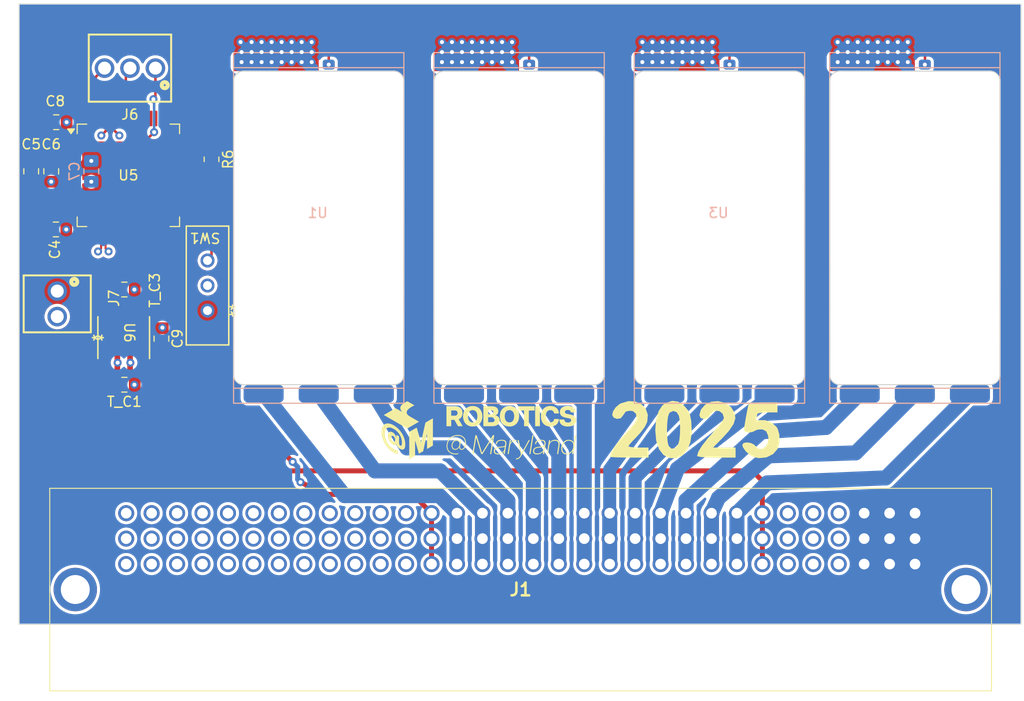
<source format=kicad_pcb>
(kicad_pcb (version 20241229) (generator "pcbnew") (generator_version "9.0")
  (layers (0 "F.Cu" signal) (4 "In1.Cu" signal) (6 "In2.Cu" signal) (2 "B.Cu" signal) (13 "F.Paste" user) (15 "B.Paste" user) (5 "F.SilkS" user "F.Silkscreen") (7 "B.SilkS" user "B.Silkscreen") (1 "F.Mask" user) (3 "B.Mask" user) (25 "Edge.Cuts" user))
  (net 0 "")
  (net 1 "GND")
  (net 2 "+12V")
  (net 3 "/A1")
  (net 4 "/B1")
  (net 5 "/C1")
  (net 6 "/A2")
  (net 7 "/B2")
  (net 8 "/C2")
  (net 9 "/A3")
  (net 10 "/B3")
  (net 11 "/C3")
  (net 12 "/A4")
  (net 13 "/B4")
  (net 14 "/C4")
  (net 15 "CAN+")
  (net 16 "3.3v")
  (net 21 "CAN-")
  (net 22 "Net-(U5-PA14)")
  (net 35 "5V")
  (net 36 "/SWCLK")
  (net 37 "/NRST")
  (net 38 "/SWDIO")
  (net 39 "Net-(R6-Pad2)")
  (net 40 "TIM1 CH (PWM)")
  (net 41 "TIM1 CH2 (PWM)")
  (net 42 "TIM1 CH3 (PWM)")
  (net 43 "TIM1 CH4 (PWM)")
  (net 48 "USART2+")
  (net 54 "/SDA_IN")
  (net 55 "/SCL_IN")
  (net 59 "USART2-")
  (net 83 "FDCAN_TX")
  (net 89 "FDCAN_RX")
  (footprint "custom_components:screw_junc_254_2by1" (layer "F.Cu") (at 153.9 78.93 -90)
    (property "Reference" "J7")
    (property "Value" "Screw_Terminal_01x02")
  )
  (footprint "custom_components:SOIC8_4P9X3P9MC_MCH" (layer "F.Cu") (at 160.535 82.3 -90)
    (property "Reference" "U6")
    (property "Value" "ATA6561-GAQW-N")
  )
  (footprint "Capacitor_SMD:C_0805_2012Metric_Pad1.18x1.45mm_HandSolder" (layer "F.Cu") (at 164.3 82.4 90)
    (property "Reference" "C9")
    (property "Value" "22uF")
  )
  (footprint "custom_components:slide_switch_EGER1218_Thruster" (layer "F.Cu") (at 168.9 79.6 180)
    (property "Reference" "SW1")
    (property "Value" "EG1218")
  )
  (footprint "Capacitor_SMD:C_0805_2012Metric_Pad1.18x1.45mm_HandSolder" (layer "F.Cu") (at 153.7625 71.5)
    (property "Reference" "C4")
    (property "Value" "4.7uF")
  )
  (footprint "Capacitor_SMD:C_0805_2012Metric_Pad1.18x1.45mm_HandSolder" (layer "F.Cu") (at 151.3 65.7 90)
    (property "Reference" "C5")
    (property "Value" "100nF")
  )
  (footprint "Capacitor_SMD:C_0805_2012Metric_Pad1.18x1.45mm_HandSolder" (layer "F.Cu") (at 160.6 87)
    (property "Reference" "T_C1")
    (property "Value" "100nF")
  )
  (footprint "custom_components:6509475" (layer "F.Cu") (at 239.522 104.902)
    (property "Reference" "J1")
    (property "Value" "~" (hide yes))
  )
  (footprint "Capacitor_SMD:C_0805_2012Metric_Pad1.18x1.45mm_HandSolder" (layer "F.Cu") (at 160.6 77.5)
    (property "Reference" "T_C3")
    (property "Value" "100nF")
  )
  (footprint "custom_components:screw_junc_254_3by1" (layer "F.Cu") (at 161.16 55.4 180)
    (property "Reference" "J6")
    (property "Value" "Screw_Terminal_01x03")
  )
  (footprint "Resistor_SMD:R_0805_2012Metric_Pad1.20x1.40mm_HandSolder" (layer "F.Cu") (at 169.3 64.5 -90)
    (property "Reference" "R6")
    (property "Value" "10k")
  )
  (footprint "Capacitor_SMD:C_0805_2012Metric_Pad1.18x1.45mm_HandSolder" (layer "F.Cu") (at 153.8 60.8 180)
    (property "Reference" "C8")
    (property "Value" "1uF")
  )
  (footprint "LOGO" (layer "F.Cu") (at 195.8 91.6)
    (property "Reference" "G***" (hide yes))
    (property "Value" "LOGO" (hide yes))
  )
  (footprint "LOGO" (layer "F.Cu") (at 217.6 91.6)
    (property "Reference" "G***" (hide yes))
    (property "Value" "LOGO" (hide yes))
  )
  (footprint "Capacitor_SMD:C_0805_2012Metric_Pad1.18x1.45mm_HandSolder" (layer "F.Cu") (at 153.3 65.7 -90)
    (property "Reference" "C6")
    (property "Value" "100nF")
  )
  (footprint "Package_QFP:LQFP-64_10x10mm_P0.5mm" (layer "F.Cu") (at 161 66.1)
    (property "Reference" "U5")
    (property "Value" "STM32G0B1RETx")
  )
  (footprint "Thruster_Control_Card_Custom_Footprints:ESC" (layer "B.Cu") (at 200 71.35 180)
    (property "Reference" "U2" (hide yes))
    (property "Value" "~")
  )
  (footprint "custom_components:ESC" (layer "B.Cu") (at 180 71.35 180)
    (property "Reference" "U1")
    (property "Value" "~")
  )
  (footprint "Thruster_Control_Card_Custom_Footprints:ESC" (layer "B.Cu") (at 239.5 71.35 180)
    (property "Reference" "U4" (hide yes))
    (property "Value" "~")
  )
  (footprint "Capacitor_SMD:C_0805_2012Metric_Pad1.18x1.45mm_HandSolder" (layer "B.Cu") (at 157.3 65.7 -90)
    (property "Reference" "C7")
    (property "Value" "100nF")
  )
  (footprint "custom_components:ESC" (layer "B.Cu") (at 220 71.35 180)
    (property "Reference" "U3")
    (property "Value" "~")
  )
  (gr_arc (start 187.496446 55.7) (mid 188.208546 55.994991) (end 188.503553 56.707107) (stroke (width 0.1)) (layer "Edge.Cuts"))
  (gr_line (start 208.507107 56.714214) (end 208.5 86) (stroke (width 0.1)) (layer "Edge.Cuts"))
  (gr_arc (start 208.5 86) (mid 208.207107 86.707107) (end 207.5 87) (stroke (width 0.1)) (layer "Edge.Cuts"))
  (gr_line (start 230.999975 56.707107) (end 231.007107 85.992893) (stroke (width 0.1)) (layer "Edge.Cuts"))
  (gr_arc (start 247 55.7) (mid 247.71213 55.994975) (end 248.007107 56.707107) (stroke (width 0.1)) (layer "Edge.Cuts"))
  (gr_line (start 211.499975 56.707107) (end 211.507107 85.992893) (stroke (width 0.1)) (layer "Edge.Cuts"))
  (gr_arc (start 248 85.992893) (mid 247.707109 86.700004) (end 247 86.992893) (stroke (width 0.1)) (layer "Edge.Cuts"))
  (gr_arc (start 207.5 55.707107) (mid 208.212127 56.002083) (end 208.507107 56.714214) (stroke (width 0.1)) (layer "Edge.Cuts"))
  (gr_arc (start 192.507107 87) (mid 191.799996 86.707109) (end 191.507107 86) (stroke (width 0.1)) (layer "Edge.Cuts"))
  (gr_rect (start 150.1 49) (end 250.1 110.9) (stroke (width 0.1)) (fill no) (layer "Edge.Cuts"))
  (gr_arc (start 230.999975 56.707107) (mid 231.292447 55.997472) (end 232 55.7) (stroke (width 0.1)) (layer "Edge.Cuts"))
  (gr_line (start 232 55.7) (end 247 55.7) (stroke (width 0.1)) (layer "Edge.Cuts"))
  (gr_line (start 171.496421 56.707107) (end 171.503553 85.992893) (stroke (width 0.1)) (layer "Edge.Cuts"))
  (gr_line (start 192.5 55.707107) (end 207.5 55.707107) (stroke (width 0.1)) (layer "Edge.Cuts"))
  (gr_arc (start 191.499975 56.714214) (mid 191.792444 56.004575) (end 192.5 55.707107) (stroke (width 0.1)) (layer "Edge.Cuts"))
  (gr_arc (start 172.503553 86.992893) (mid 171.796444 86.699989) (end 171.503553 85.992893) (stroke (width 0.1)) (layer "Edge.Cuts"))
  (gr_line (start 212.5 55.7) (end 227.5 55.7) (stroke (width 0.1)) (layer "Edge.Cuts"))
  (gr_line (start 192.507107 87) (end 207.5 87) (stroke (width 0.1)) (layer "Edge.Cuts"))
  (gr_line (start 188.503553 56.707107) (end 188.496446 85.992893) (stroke (width 0.1)) (layer "Edge.Cuts"))
  (gr_arc (start 227.5 55.7) (mid 228.21213 55.994975) (end 228.507107 56.707107) (stroke (width 0.1)) (layer "Edge.Cuts"))
  (gr_arc (start 171.496421 56.707107) (mid 171.788896 55.997488) (end 172.496446 55.7) (stroke (width 0.1)) (layer "Edge.Cuts"))
  (gr_line (start 212.507107 86.992893) (end 227.5 86.992893) (stroke (width 0.1)) (layer "Edge.Cuts"))
  (gr_line (start 172.496446 55.7) (end 187.496446 55.7) (stroke (width 0.1)) (layer "Edge.Cuts"))
  (gr_line (start 232.007107 86.992893) (end 247 86.992893) (stroke (width 0.1)) (layer "Edge.Cuts"))
  (gr_arc (start 211.499975 56.707107) (mid 211.792447 55.997472) (end 212.5 55.7) (stroke (width 0.1)) (layer "Edge.Cuts"))
  (gr_line (start 228.507107 56.707107) (end 228.5 85.992893) (stroke (width 0.1)) (layer "Edge.Cuts"))
  (gr_line (start 172.503553 86.992893) (end 187.496446 86.992893) (stroke (width 0.1)) (layer "Edge.Cuts"))
  (gr_arc (start 212.507107 86.992893) (mid 211.799998 86.700002) (end 211.507107 85.992893) (stroke (width 0.1)) (layer "Edge.Cuts"))
  (gr_arc (start 228.5 85.992893) (mid 228.207109 86.700004) (end 227.5 86.992893) (stroke (width 0.1)) (layer "Edge.Cuts"))
  (gr_arc (start 232.007107 86.992893) (mid 231.299998 86.700002) (end 231.007107 85.992893) (stroke (width 0.1)) (layer "Edge.Cuts"))
  (gr_arc (start 188.496446 85.992893) (mid 188.203558 86.700021) (end 187.496446 86.992893) (stroke (width 0.1)) (layer "Edge.Cuts"))
  (gr_line (start 248.007107 56.707107) (end 248 85.992893) (stroke (width 0.1)) (layer "Edge.Cuts"))
  (gr_line (start 191.499975 56.714214) (end 191.507107 86) (stroke (width 0.1)) (layer "Edge.Cuts"))
  (segment (start 151.3 66.7375) (end 153.3 66.7375) (width 0.25) (layer "F.Cu") (net 1))
  (segment (start 153.3 66.7375) (end 153.6875 66.35) (width 0.25) (layer "F.Cu") (net 1))
  (segment (start 153.6875 66.35) (end 155.325 66.35) (width 0.25) (layer "F.Cu") (net 1))
  (segment (start 162.44 86.16) (end 162.44 84.7638) (width 0.25) (layer "F.Cu") (net 1))
  (segment (start 161.17 79.8362) (end 161.17 77.9675) (width 0.25) (layer "F.Cu") (net 1))
  (segment (start 161.6 87) (end 162.44 86.16) (width 0.25) (layer "F.Cu") (net 1))
  (segment (start 161.17 77.9675) (end 161.6375 77.5) (width 0.25) (layer "F.Cu") (net 1))
  (via (at 198.3 54.8) (size 0.8) (drill 0.4) (layers "F.Cu" "B.Cu") (net 1))
  (via (at 197.3 54.8) (size 0.8) (drill 0.4) (layers "F.Cu" "B.Cu") (net 1))
  (via (at 198.3 52.8) (size 0.8) (drill 0.4) (layers "F.Cu" "B.Cu") (net 1))
  (via (at 199.3 54.8) (size 0.8) (drill 0.4) (layers "F.Cu" "B.Cu") (net 1))
  (via (at 234.8 52.8) (size 0.8) (drill 0.4) (layers "F.Cu" "B.Cu") (net 1))
  (via (at 175.3 54.8) (size 0.8) (drill 0.4) (layers "F.Cu" "B.Cu") (net 1))
  (via (at 237.8 52.8) (size 0.8) (drill 0.4) (layers "F.Cu" "B.Cu") (net 1))
  (via (at 233.8 54.8) (size 0.8) (drill 0.4) (layers "F.Cu" "B.Cu") (net 1))
  (via (at 216.3 53.8) (size 0.8) (drill 0.4) (layers "F.Cu" "B.Cu") (net 1))
  (via (at 236.8 52.8) (size 0.8) (drill 0.4) (layers "F.Cu" "B.Cu") (net 1))
  (via (at 179.3 53.8) (size 0.8) (drill 0.4) (layers "F.Cu" "B.Cu") (net 1))
  (via (at 235.8 53.8) (size 0.8) (drill 0.4) (layers "F.Cu" "B.Cu") (net 1))
  (via (at 177.3 54.8) (size 0.8) (drill 0.4) (layers "F.Cu" "B.Cu") (net 1))
  (via (at 161.6 87) (size 0.8) (drill 0.4) (layers "F.Cu" "B.Cu") (net 1))
  (via (at 218.3 52.8) (size 0.8) (drill 0.4) (layers "F.Cu" "B.Cu") (net 1))
  (via (at 212.3 54.8) (size 0.8) (drill 0.4) (layers "F.Cu" "B.Cu") (net 1))
  (via (at 179.3 54.8) (size 0.8) (drill 0.4) (layers "F.Cu" "B.Cu") (net 1))
  (via (at 238.8 54.8) (size 0.8) (drill 0.4) (layers "F.Cu" "B.Cu") (net 1))
  (via (at 157.3 66.7375) (size 0.8) (drill 0.4) (layers "F.Cu" "B.Cu") (net 1))
  (via (at 219.3 53.8) (size 0.8) (drill 0.4) (layers "F.Cu" "B.Cu") (net 1))
  (via (at 237.8 53.8) (size 0.8) (drill 0.4) (layers "F.Cu" "B.Cu") (net 1))
  (via (at 178.3 53.8) (size 0.8) (drill 0.4) (layers "F.Cu" "B.Cu") (net 1))
  (via (at 196.3 52.8) (size 0.8) (drill 0.4) (layers "F.Cu" "B.Cu") (net 1))
  (via (at 172.3 53.8) (size 0.8) (drill 0.4) (layers "F.Cu" "B.Cu") (net 1))
  (via (at 192.3 53.8) (size 0.8) (drill 0.4) (layers "F.Cu" "B.Cu") (net 1))
  (via (at 234.8 54.8) (size 0.8) (drill 0.4) (layers "F.Cu" "B.Cu") (net 1))
  (via (at 193.3 52.8) (size 0.8) (drill 0.4) (layers "F.Cu" "B.Cu") (net 1))
  (via (at 194.3 53.8) (size 0.8) (drill 0.4) (layers "F.Cu" "B.Cu") (net 1))
  (via (at 232.8 53.8) (size 0.8) (drill 0.4) (layers "F.Cu" "B.Cu") (net 1))
  (via (at 192.3 52.8) (size 0.8) (drill 0.4) (layers "F.Cu" "B.Cu") (net 1))
  (via (at 214.3 54.8) (size 0.8) (drill 0.4) (layers "F.Cu" "B.Cu") (net 1))
  (via (at 178.3 54.8) (size 0.8) (drill 0.4) (layers "F.Cu" "B.Cu") (net 1))
  (via (at 195.3 53.8) (size 0.8) (drill 0.4) (layers "F.Cu" "B.Cu") (net 1))
  (via (at 177.3 52.8) (size 0.8) (drill 0.4) (layers "F.Cu" "B.Cu") (net 1))
  (via (at 217.3 53.8) (size 0.8) (drill 0.4) (layers "F.Cu" "B.Cu") (net 1))
  (via (at 213.3 54.8) (size 0.8) (drill 0.4) (layers "F.Cu" "B.Cu") (net 1))
  (via (at 231.8 53.8) (size 0.8) (drill 0.4) (layers "F.Cu" "B.Cu") (net 1))
  (via (at 154.8375 60.8) (size 0.8) (drill 0.4) (layers "F.Cu" "B.Cu") (net 1))
  (via (at 176.3 53.8) (size 0.8) (drill 0.4) (layers "F.Cu" "B.Cu") (net 1))
  (via (at 161.6 77.5) (size 0.8) (drill 0.4) (layers "F.Cu" "B.Cu") (net 1))
  (via (at 234.8 53.8) (size 0.8) (drill 0.4) (layers "F.Cu" "B.Cu") (net 1))
  (via (at 198.3 53.8) (size 0.8) (drill 0.4) (layers "F.Cu" "B.Cu") (net 1))
  (via (at 194.3 54.8) (size 0.8) (drill 0.4) (layers "F.Cu" "B.Cu") (net 1))
  (via (at 212.3 53.8) (size 0.8) (drill 0.4) (layers "F.Cu" "B.Cu") (net 1))
  (via (at 217.3 52.8) (size 0.8) (drill 0.4) (layers "F.Cu" "B.Cu") (net 1))
  (via (at 232.8 54.8) (size 0.8) (drill 0.4) (layers "F.Cu" "B.Cu") (net 1))
  (via (at 214.3 53.8) (size 0.8) (drill 0.4) (layers "F.Cu" "B.Cu") (net 1))
  (via (at 196.3 53.8) (size 0.8) (drill 0.4) (layers "F.Cu" "B.Cu") (net 1))
  (via (at 216.3 54.8) (size 0.8) (drill 0.4) (layers "F.Cu" "B.Cu") (net 1))
  (via (at 173.3 52.8) (size 0.8) (drill 0.4) (layers "F.Cu" "B.Cu") (net 1))
  (via (at 214.3 52.8) (size 0.8) (drill 0.4) (layers "F.Cu" "B.Cu") (net 1))
  (via (at 172.3 54.8) (size 0.8) (drill 0.4) (layers "F.Cu" "B.Cu") (net 1))
  (via (at 237.8 54.8) (size 0.8) (drill 0.4) (layers "F.Cu" "B.Cu") (net 1))
  (via (at 213.3 53.8) (size 0.8) (drill 0.4) (layers "F.Cu" "B.Cu") (net 1))
  (via (at 195.3 54.8) (size 0.8) (drill 0.4) (layers "F.Cu" "B.Cu") (net 1))
  (via (at 195.3 52.8) (size 0.8) (drill 0.4) (layers "F.Cu" "B.Cu") (net 1))
  (via (at 236.8 53.8) (size 0.8) (drill 0.4) (layers "F.Cu" "B.Cu") (net 1))
  (via (at 235.8 52.8) (size 0.8) (drill 0.4) (layers "F.Cu" "B.Cu") (net 1))
  (via (at 233.8 52.8) (size 0.8) (drill 0.4) (layers "F.Cu" "B.Cu") (net 1))
  (via (at 153.3 66.7375) (size 0.8) (drill 0.4) (layers "F.Cu" "B.Cu") (net 1))
  (via (at 216.3 52.8) (size 0.8) (drill 0.4) (layers "F.Cu" "B.Cu") (net 1))
  (via (at 215.3 52.8) (size 0.8) (drill 0.4) (layers "F.Cu" "B.Cu") (net 1))
  (via (at 196.3 54.8) (size 0.8) (drill 0.4) (layers "F.Cu" "B.Cu") (net 1))
  (via (at 232.8 52.8) (size 0.8) (drill 0.4) (layers "F.Cu" "B.Cu") (net 1))
  (via (at 174.3 54.8) (size 0.8) (drill 0.4) (layers "F.Cu" "B.Cu") (net 1))
  (via (at 197.3 53.8) (size 0.8) (drill 0.4) (layers "F.Cu" "B.Cu") (net 1))
  (via (at 173.3 54.8) (size 0.8) (drill 0.4) (layers "F.Cu" "B.Cu") (net 1))
  (via (at 174.3 52.8) (size 0.8) (drill 0.4) (layers "F.Cu" "B.Cu") (net 1))
  (via (at 174.3 53.8) (size 0.8) (drill 0.4) (layers "F.Cu" "B.Cu") (net 1))
  (via (at 178.3 52.8) (size 0.8) (drill 0.4) (layers "F.Cu" "B.Cu") (net 1))
  (via (at 197.3 52.8) (size 0.8) (drill 0.4) (layers "F.Cu" "B.Cu") (net 1))
  (via (at 218.3 53.8) (size 0.8) (drill 0.4) (layers "F.Cu" "B.Cu") (net 1))
  (via (at 176.3 54.8) (size 0.8) (drill 0.4) (layers "F.Cu" "B.Cu") (net 1))
  (via (at 212.3 52.8) (size 0.8) (drill 0.4) (layers "F.Cu" "B.Cu") (net 1))
  (via (at 238.8 53.8) (size 0.8) (drill 0.4) (layers "F.Cu" "B.Cu") (net 1))
  (via (at 215.3 54.8) (size 0.8) (drill 0.4) (layers "F.Cu" "B.Cu") (net 1))
  (via (at 177.3 53.8) (size 0.8) (drill 0.4) (layers "F.Cu" "B.Cu") (net 1))
  (via (at 175.3 53.8) (size 0.8) (drill 0.4) (layers "F.Cu" "B.Cu") (net 1))
  (via (at 192.3 54.8) (size 0.8) (drill 0.4) (layers "F.Cu" "B.Cu") (net 1))
  (via (at 176.3 52.8) (size 0.8) (drill 0.4) (layers "F.Cu" "B.Cu") (net 1))
  (via (at 215.3 53.8) (size 0.8) (drill 0.4) (layers "F.Cu" "B.Cu") (net 1))
  (via (at 217.3 54.8) (size 0.8) (drill 0.4) (layers "F.Cu" "B.Cu") (net 1))
  (via (at 231.8 54.8) (size 0.8) (drill 0.4) (layers "F.Cu" "B.Cu") (net 1))
  (via (at 235.8 54.8) (size 0.8) (drill 0.4) (layers "F.Cu" "B.Cu") (net 1))
  (via (at 193.3 53.8) (size 0.8) (drill 0.4) (layers "F.Cu" "B.Cu") (net 1))
  (via (at 219.3 54.8) (size 0.8) (drill 0.4) (layers "F.Cu" "B.Cu") (net 1))
  (via (at 199.3 52.8) (size 0.8) (drill 0.4) (layers "F.Cu" "B.Cu") (net 1))
  (via (at 231.8 52.8) (size 0.8) (drill 0.4) (layers "F.Cu" "B.Cu") (net 1))
  (via (at 218.3 54.8) (size 0.8) (drill 0.4) (layers "F.Cu" "B.Cu") (net 1))
  (via (at 238.8 52.8) (size 0.8) (drill 0.4) (layers "F.Cu" "B.Cu") (net 1))
  (via (at 194.3 52.8) (size 0.8) (drill 0.4) (layers "F.Cu" "B.Cu") (net 1))
  (via (at 199.3 53.8) (size 0.8) (drill 0.4) (layers "F.Cu" "B.Cu") (net 1))
  (via (at 164.4 81.3) (size 0.8) (drill 0.4) (layers "F.Cu" "B.Cu") (net 1))
  (via (at 175.3 52.8) (size 0.8) (drill 0.4) (layers "F.Cu" "B.Cu") (net 1))
  (via (at 179.3 52.8) (size 0.8) (drill 0.4) (layers "F.Cu" "B.Cu") (net 1))
  (via (at 219.3 52.8) (size 0.8) (drill 0.4) (layers "F.Cu" "B.Cu") (net 1))
  (via (at 173.3 53.8) (size 0.8) (drill 0.4) (layers "F.Cu" "B.Cu") (net 1))
  (via (at 236.8 54.8) (size 0.8) (drill 0.4) (layers "F.Cu" "B.Cu") (net 1))
  (via (at 233.8 53.8) (size 0.8) (drill 0.4) (layers "F.Cu" "B.Cu") (net 1))
  (via (at 193.3 54.8) (size 0.8) (drill 0.4) (layers "F.Cu" "B.Cu") (net 1))
  (via (at 172.2 52.8) (size 0.8) (drill 0.4) (layers "F.Cu" "B.Cu") (net 1))
  (via (at 154.8 71.5) (size 0.8) (drill 0.4) (layers "F.Cu" "B.Cu") (net 1))
  (via (at 213.3 52.8) (size 0.8) (drill 0.4) (layers "F.Cu" "B.Cu") (net 1))
  (segment (start 198.882 99.822) (end 198.882 98.582) (width 1.5) (layer "B.Cu") (net 3))
  (segment (start 198.882 98.582) (end 193.6 93.3) (width 1.5) (layer "B.Cu") (net 3))
  (segment (start 193.6 93.3) (end 188.8 93.3) (width 1.5) (layer "B.Cu") (net 3))
  (segment (start 198.882 99.822) (end 198.882 102.362) (width 1.5) (layer "B.Cu") (net 3))
  (segment (start 198.882 102.362) (end 198.882 104.902) (width 1.5) (layer "B.Cu") (net 3))
  (segment (start 188.8 93.3) (end 185.5 87.9) (width 1.5) (layer "B.Cu") (net 3))
  (segment (start 185.6 95.6) (end 180 87.9) (width 1.5) (layer "B.Cu") (net 4))
  (segment (start 196.342 99.822) (end 196.342 102.362) (width 1.5) (layer "B.Cu") (net 4))
  (segment (start 192.12 95.6) (end 185.6 95.6) (width 1.5) (layer "B.Cu") (net 4))
  (segment (start 196.342 102.362) (end 196.342 104.902) (width 1.5) (layer "B.Cu") (net 4))
  (segment (start 196.342 99.822) (end 192.12 95.6) (width 1.5) (layer "B.Cu") (net 4))
  (segment (start 193.802 99.822) (end 192.0485 98.0685) (width 1.5) (layer "B.Cu") (net 5))
  (segment (start 193.802 102.362) (end 193.802 104.902) (width 1.5) (layer "B.Cu") (net 5))
  (segment (start 192.0485 98.0685) (end 182.5685 98.0685) (width 1.5) (layer "B.Cu") (net 5))
  (segment (start 182.5685 98.0685) (end 174.5 87.9) (width 1.5) (layer "B.Cu") (net 5))
  (segment (start 193.802 99.822) (end 193.802 102.362) (width 1.5) (layer "B.Cu") (net 5))
  (segment (start 206.502 102.362) (end 206.502 104.902) (width 1.5) (layer "B.Cu") (net 6))
  (segment (start 206.502 99.822) (end 206.502 102.362) (width 1.5) (layer "B.Cu") (net 6))
  (segment (start 206.502 88.902) (end 205.5 87.9) (width 1.5) (layer "B.Cu") (net 6))
  (segment (start 206.502 99.822) (end 206.502 88.902) (width 1.5) (layer "B.Cu") (net 6))
  (segment (start 203.962 102.362) (end 203.962 104.902) (width 1.5) (layer "B.Cu") (net 7))
  (segment (start 203.962 99.822) (end 203.962 93.962) (width 1.5) (layer "B.Cu") (net 7))
  (segment (start 203.962 99.822) (end 203.962 102.362) (width 1.5) (layer "B.Cu") (net 7))
  (segment (start 203.962 93.962) (end 200 87.9) (width 1.5) (layer "B.Cu") (net 7))
  (segment (start 201.422 96.422) (end 194.5 87.9) (width 1.5) (layer "B.Cu") (net 8))
  (segment (start 201.422 99.822) (end 201.422 96.422) (width 1.5) (layer "B.Cu") (net 8))
  (segment (start 195.5 87.9) (end 195.5 88) (width 1.3) (layer "B.Cu") (net 8))
  (segment (start 201.422 99.822) (end 201.422 102.362) (width 1.5) (layer "B.Cu") (net 8))
  (segment (start 201.422 102.362) (end 201.422 104.902) (width 1.5) (layer "B.Cu") (net 8))
  (segment (start 214.122 99.822) (end 214.122 102.362) (width 1.5) (layer "B.Cu") (net 9))
  (segment (start 214.122 99.822) (end 215.8 95.4) (width 1.5) (layer "B.Cu") (net 9))
  (segment (start 215.8 95.4) (end 225.5 87.9) (width 1.5) (layer "B.Cu") (net 9))
  (segment (start 214.122 102.362) (end 214.122 104.902) (width 1.5) (layer "B.Cu") (net 9))
  (segment (start 211.6 99.804) (end 211.582 99.822) (width 1.3) (layer "B.Cu") (net 10))
  (segment (start 211.582 99.822) (end 211.582 102.362) (width 1.5) (layer "B.Cu") (net 10))
  (segment (start 211.582 99.822) (end 211.582 96.318) (width 1.3) (layer "B.Cu") (net 10))
  (segment (start 211.582 104.902) (end 211.582 102.362) (width 1.5) (layer "B.Cu") (net 10))
  (segment (start 211.582 96.318) (end 220 87.9) (width 1.3) (layer "B.Cu") (net 10))
  (segment (start 209.042 95.458) (end 214.5 87.9) (width 1.3) (layer "B.Cu") (net 11))
  (segment (start 209.042 102.362) (end 209.042 104.902) (width 1.5) (layer "B.Cu") (net 11))
  (segment (start 209 99.78) (end 209.042 99.822) (width 1.3) (layer "B.Cu") (net 11))
  (segment (start 209.042 99.822) (end 209.042 102.362) (width 1.5) (layer "B.Cu") (net 11))
  (segment (start 209.042 99.822) (end 209.042 95.458) (width 1.3) (layer "B.Cu") (net 11))
  (segment (start 236.5 96.3) (end 236.6 96.3) (width 1.5) (layer "B.Cu") (net 12))
  (segment (start 221.742 102.362) (end 221.742 104.902) (width 1.5) (layer "B.Cu") (net 12))
  (segment (start 224.764 96.8) (end 236.5 96.3) (width 1.5) (layer "B.Cu") (net 12))
  (segment (start 221.742 99.822) (end 224.764 96.8) (width 1.5) (layer "B.Cu") (net 12))
  (segment (start 236.6 96.3) (end 245 87.9) (width 1.5) (layer "B.Cu") (net 12))
  (segment (start 221.742 99.822) (end 221.742 102.362) (width 1.5) (layer "B.Cu") (net 12))
  (segment (start 233.6 93.8) (end 239.5 87.9) (width 1.5) (layer "B.Cu") (net 13))
  (segment (start 219.9 98.3) (end 224.9 94.1) (width 1.5) (layer "B.Cu") (net 13))
  (segment (start 219.202 99.822) (end 219.202 99.680924) (width 1.5) (layer "B.Cu") (net 13))
  (segment (start 224.9 94.1) (end 233.6 93.8) (width 1.5) (layer "B.Cu") (net 13))
  (segment (start 219.202 99.822) (end 219.202 102.362) (width 1.5) (layer "B.Cu") (net 13))
  (segment (start 219.202 99.822) (end 219.9 98.3) (width 1.5) (layer "B.Cu") (net 13))
  (segment (start 219.202 102.362) (end 219.202 104.902) (width 1.5) (layer "B.Cu") (net 13))
  (segment (start 216.662 99.822) (end 216.662 102.362) (width 1.5) (layer "B.Cu") (net 14))
  (segment (start 216.662 98.532423) (end 224.2 91.7) (width 1.5) (layer "B.Cu") (net 14))
  (segment (start 216.662 99.822) (end 216.662 98.532423) (width 1.5) (layer "B.Cu") (net 14))
  (segment (start 224.2 91.7) (end 230.637118 91.262882) (width 1.5) (layer "B.Cu") (net 14))
  (segment (start 230.637118 91.262882) (end 234 87.9) (width 1.5) (layer "B.Cu") (net 14))
  (segment (start 216.662 102.362) (end 216.662 104.902) (width 1.5) (layer "B.Cu") (net 14))
  (via (at 161.2 84.8) (size 0.8) (drill 0.4) (layers "F.Cu" "B.Cu") (net 15))
  (segment (start 168.9 79.6) (end 170.7 79.6) (width 0.5) (layer "F.Cu") (net 16))
  (segment (start 170.9 79.8) (end 170.9 88.65) (width 0.5) (layer "F.Cu") (net 16))
  (segment (start 170.7 79.6) (end 170.9 79.8) (width 0.5) (layer "F.Cu") (net 16))
  (segment (start 179.231691 97.25) (end 179.9 97.918309) (width 0.5) (layer "F.Cu") (net 16))
  (segment (start 170.9 88.65) (end 174.9 92.65) (width 0.5) (layer "F.Cu") (net 16))
  (segment (start 151.9 79.66) (end 153.9 77.66) (width 0.5) (layer "F.Cu") (net 16))
  (segment (start 178.175 96.725) (end 179.231691 97.25) (width 0.5) (layer "F.Cu") (net 16))
  (segment (start 179.9 97.918309) (end 152.4 97.4) (width 0.5) (layer "F.Cu") (net 16))
  (segment (start 191.262 104.902) (end 191.262 99.822) (width 0.5) (layer "F.Cu") (net 16))
  (segment (start 151.9 95) (end 151.9 79.66) (width 0.5) (layer "F.Cu") (net 16))
  (segment (start 175.35 92.65) (end 177.4 94.7) (width 0.5) (layer "F.Cu") (net 16))
  (segment (start 151.9 96.4) (end 151.9 95) (width 0.5) (layer "F.Cu") (net 16))
  (segment (start 191.262 99.822) (end 189.54 98.1) (width 0.5) (layer "F.Cu") (net 16))
  (segment (start 189.54 98.1) (end 179.9 97.918309) (width 0.5) (layer "F.Cu") (net 16))
  (segment (start 174.9 92.65) (end 175.35 92.65) (width 0.5) (layer "F.Cu") (net 16))
  (segment (start 152.4 97.4) (end 151.9 96.4) (width 0.5) (layer "F.Cu") (net 16))
  (via (at 177.4 94.7) (size 0.8) (drill 0.4) (layers "F.Cu" "B.Cu") (net 16))
  (via (at 157.3 64.6625) (size 0.8) (drill 0.4) (layers "F.Cu" "B.Cu") (net 16))
  (via (at 178.175 96.725) (size 0.8) (drill 0.4) (layers "F.Cu" "B.Cu") (net 16))
  (segment (start 177.9 96.45) (end 178.175 96.725) (width 0.5) (layer "B.Cu") (net 16))
  (segment (start 177.9 95.2) (end 177.9 96.45) (width 0.5) (layer "B.Cu") (net 16))
  (segment (start 177.4 94.7) (end 177.9 95.2) (width 0.5) (layer "B.Cu") (net 16))
  (via (at 159.93 84.8) (size 0.8) (drill 0.4) (layers "F.Cu" "B.Cu") (net 21))
  (segment (start 169.15 63.35) (end 169.3 63.5) (width 0.25) (layer "F.Cu") (net 22))
  (segment (start 166.675 63.35) (end 169.15 63.35) (width 0.25) (layer "F.Cu") (net 22))
  (segment (start 224.282 104.902) (end 224.282 96.6) (width 0.5) (layer "F.Cu") (net 35))
  (segment (start 164.3 83.4375) (end 162.795301 83.4375) (width 0.25) (layer "F.Cu") (net 35))
  (segment (start 162.795301 83.4375) (end 159.9 80.542199) (width 0.25) (layer "F.Cu") (net 35))
  (segment (start 159.5625 79.4987) (end 159.9 79.8362) (width 0.25) (layer "F.Cu") (net 35))
  (segment (start 224.282 96.6) (end 223.282 95.6) (width 0.5) (layer "F.Cu") (net 35))
  (segment (start 159.9 80.542199) (end 159.9 79.8362) (width 0.25) (layer "F.Cu") (net 35))
  (segment (start 164.6 95.6) (end 164.3 95.3) (width 0.5) (layer "F.Cu") (net 35))
  (segment (start 223.282 95.6) (end 164.6 95.6) (width 0.5) (layer "F.Cu") (net 35))
  (segment (start 159.5625 77.5) (end 159.5625 79.4987) (width 0.25) (layer "F.Cu") (net 35))
  (segment (start 164.3 95.3) (end 164.3 83.4375) (width 0.5) (layer "F.Cu") (net 35))
  (segment (start 158.62 55.4) (end 157.75 56.27) (width 0.25) (layer "F.Cu") (net 36))
  (segment (start 157.75 56.27) (end 157.75 60.425) (width 0.25) (layer "F.Cu") (net 36))
  (segment (start 161.16 55.4) (end 161.8 55.4) (width 0.25) (layer "F.Cu") (net 37))
  (segment (start 160.75 55.81) (end 160.75 60.425) (width 0.25) (layer "F.Cu") (net 37))
  (segment (start 161.16 55.4) (end 160.75 55.81) (width 0.25) (layer "F.Cu") (net 37))
  (segment (start 163.5 58.5) (end 163.7 58.3) (width 0.25) (layer "F.Cu") (net 38))
  (segment (start 162.512314 62.85) (end 163.570264 61.79205) (width 0.25) (layer "F.Cu") (net 38))
  (segment (start 155.325 62.85) (end 162.512314 62.85) (width 0.25) (layer "F.Cu") (net 38))
  (segment (start 163.7 58.3) (end 163.7 55.4) (width 0.25) (layer "F.Cu") (net 38))
  (via (at 163.5 58.5) (size 0.8) (drill 0.4) (layers "F.Cu" "B.Cu") (net 38))
  (via (at 163.570264 61.79205) (size 0.8) (drill 0.4) (layers "F.Cu" "B.Cu") (net 38))
  (segment (start 163.570264 61.79205) (end 163.570264 58.570264) (width 0.25) (layer "B.Cu") (net 38))
  (segment (start 163.570264 58.570264) (end 163.5 58.5) (width 0.25) (layer "B.Cu") (net 38))
  (segment (start 169.3 74.2) (end 168.9 74.6) (width 0.25) (layer "F.Cu") (net 39))
  (segment (start 168.9 65.9) (end 169.3 65.5) (width 0.25) (layer "F.Cu") (net 39))
  (segment (start 169.3 65.5) (end 169.3 74.2) (width 0.25) (layer "F.Cu") (net 39))
  (segment (start 181 55.05) (end 181 51.6) (width 0.25) (layer "F.Cu") (net 40))
  (segment (start 181 51.6) (end 167.149 51.551) (width 0.25) (layer "F.Cu") (net 40))
  (segment (start 166.675 52.025) (end 166.675 62.35) (width 0.25) (layer "F.Cu") (net 40))
  (segment (start 167.149 51.551) (end 166.675 52.025) (width 0.25) (layer "F.Cu") (net 40))
  (via (at 181 55.05) (size 0.8) (drill 0.4) (layers "F.Cu" "B.Cu") (net 40))
  (segment (start 201 51.1) (end 201 55.05) (width 0.25) (layer "F.Cu") (net 41))
  (segment (start 164.75 60.425) (end 164.75 59.35) (width 0.25) (layer "F.Cu") (net 41))
  (segment (start 165.7 58.4) (end 165.7 51.1) (width 0.25) (layer "F.Cu") (net 41))
  (segment (start 165.7 51.1) (end 201 51.1) (width 0.25) (layer "F.Cu") (net 41))
  (segment (start 164.75 59.35) (end 165.7 58.4) (width 0.25) (layer "F.Cu") (net 41))
  (via (at 201 55.05) (size 0.8) (drill 0.4) (layers "F.Cu" "B.Cu") (net 41))
  (segment (start 221 50.5) (end 221 55.05) (width 0.25) (layer "F.Cu") (net 42))
  (segment (start 156.8 51.6) (end 157.9 50.5) (width 0.25) (layer "F.Cu") (net 42))
  (segment (start 157.9 50.5) (end 221 50.5) (width 0.25) (layer "F.Cu") (net 42))
  (segment (start 157.25 60.425) (end 157.25 59.399) (width 0.25) (layer "F.Cu") (net 42))
  (segment (start 157.25 59.399) (end 156.8 58.8) (width 0.25) (layer "F.Cu") (net 42))
  (segment (start 156.8 58.8) (end 156.8 51.6) (width 0.25) (layer "F.Cu") (net 42))
  (via (at 221 55.05) (size 0.8) (drill 0.4) (layers "F.Cu" "B.Cu") (net 42))
  (segment (start 240.5 55.05) (end 240.6 49.8) (width 0.25) (layer "F.Cu") (net 43))
  (segment (start 156.2 61.475) (end 156.2 49.8) (width 0.25) (layer "F.Cu") (net 43))
  (segment (start 155.325 62.35) (end 156.2 61.475) (width 0.25) (layer "F.Cu") (net 43))
  (segment (start 240.6 49.8) (end 156.2 49.8) (width 0.25) (layer "F.Cu") (net 43))
  (via (at 240.5 55.05) (size 0.8) (drill 0.4) (layers "F.Cu" "B.Cu") (net 43))
  (segment (start 158.25 71.775) (end 158.274999 71.799999) (width 0.2) (layer "F.Cu") (net 48))
  (segment (start 158.274999 71.799999) (end 158.274999 73.400001) (width 0.2) (layer "F.Cu") (net 48))
  (segment (start 158.274999 73.400001) (end 157.975 73.7) (width 0.2) (layer "F.Cu") (net 48))
  (via (at 157.975 73.7) (size 0.8) (drill 0.4) (layers "F.Cu" "B.Cu") (net 48))
  (segment (start 158.3 62.125) (end 158.75 61.675) (width 0.25) (layer "F.Cu") (net 54))
  (segment (start 158.75 61.675) (end 158.75 60.425) (width 0.25) (layer "F.Cu") (net 54))
  (via (at 158.3 62.125) (size 0.8) (drill 0.4) (layers "F.Cu" "B.Cu") (net 54))
  (segment (start 160.1 62.125) (end 159.25 61.275) (width 0.25) (layer "F.Cu") (net 55))
  (segment (start 159.25 61.275) (end 159.25 60.425) (width 0.25) (layer "F.Cu") (net 55))
  (via (at 160.1 62.125) (size 0.8) (drill 0.4) (layers "F.Cu" "B.Cu") (net 55))
  (segment (start 158.75 71.775) (end 158.725001 71.799999) (width 0.2) (layer "F.Cu") (net 59))
  (segment (start 158.725001 73.400001) (end 159.025 73.7) (width 0.2) (layer "F.Cu") (net 59))
  (segment (start 158.725001 71.799999) (end 158.725001 73.400001) (width 0.2) (layer "F.Cu") (net 59))
  (via (at 159.025 73.7) (size 0.8) (drill 0.4) (layers "F.Cu" "B.Cu") (net 59))
  (segment (start 161.9 76.2) (end 161.75 76.05) (width 0.25) (layer "F.Cu") (net 83))
  (segment (start 162.44 79.8362) (end 162.44 79.06) (width 0.25) (layer "F.Cu") (net 83))
  (segment (start 161.75 76.05) (end 161.75 71.775) (width 0.25) (layer "F.Cu") (net 83))
  (segment (start 162.8 76.2) (end 161.9 76.2) (width 0.25) (layer "F.Cu") (net 83))
  (segment (start 162.44 79.06) (end 162.8 78.7) (width 0.25) (layer "F.Cu") (net 83))
  (segment (start 162.8 78.7) (end 162.8 76.2) (width 0.25) (layer "F.Cu") (net 83))
  (segment (start 159.028486 76.4) (end 161.2 76.4) (width 0.25) (layer "F.Cu") (net 89))
  (segment (start 161.2 76.4) (end 161.25 76.35) (width 0.25) (layer "F.Cu") (net 89))
  (segment (start 158.63 79.8362) (end 158.63 76.798486) (width 0.25) (layer "F.Cu") (net 89))
  (segment (start 161.25 76.35) (end 161.25 71.775) (width 0.25) (layer "F.Cu") (net 89))
  (segment (start 158.63 76.798486) (end 159.028486 76.4) (width 0.25) (layer "F.Cu") (net 89))
  (zone (net 1) (net_name "GND") (layer "F.Cu") (priority 4) (connect_pads yes (clearance 0.3)) (min_thickness 0.25) (fill yes (thermal_gap 0.5) (thermal_bridge_width 0.5))
    (polygon (pts (xy 171.5 51.9) (xy 180 51.9) (xy 179.996446 55.7) (xy 171.5 55.7)))
  )
  (zone (net 16) (net_name "3.3v") (layer "F.Cu") (priority 3) (connect_pads yes (clearance 0.3)) (min_thickness 0.25) (fill yes (thermal_gap 0.5) (thermal_bridge_width 0.5))
    (polygon (pts (xy 150.2 59.1) (xy 171.6 59.3) (xy 171.6 91.4) (xy 150.1 91.3) (xy 150.2 59.2)))
  )
  (zone (net 1) (net_name "GND") (layer "F.Cu") (priority 8) (connect_pads yes (clearance 0.3)) (min_thickness 0.25) (fill yes (thermal_gap 0.5) (thermal_bridge_width 0.5))
    (polygon (pts (xy 231 51.9) (xy 239.5 51.9) (xy 239.5 55.7) (xy 231 55.7)))
  )
  (zone (net 1) (net_name "GND") (layer "F.Cu") (priority 5) (connect_pads yes (clearance 0.3)) (min_thickness 0.25) (fill yes (thermal_gap 0.5) (thermal_bridge_width 0.5))
    (polygon (pts (xy 191.5 51.9) (xy 200 51.9) (xy 200 55.7) (xy 191.5 55.7)))
  )
  (zone (net 1) (net_name "GND") (layer "F.Cu") (priority 6) (connect_pads yes (clearance 0.3)) (min_thickness 0.25) (fill yes (thermal_gap 0.5) (thermal_bridge_width 0.5))
    (polygon (pts (xy 211.5 51.9) (xy 220 51.9) (xy 220 55.7) (xy 211.5 55.7)))
  )
  (zone (net 1) (net_name "GND") (layer "B.Cu") (priority 1) (connect_pads yes (clearance 0.5)) (min_thickness 0.25) (fill yes (thermal_gap 0.5) (thermal_bridge_width 0.5))
    (polygon (pts (xy 231 55.7) (xy 239.5 55.7) (xy 239.5 51.9) (xy 231 51.9)))
  )
  (zone (net 1) (net_name "GND") (layer "B.Cu") (priority 1) (connect_pads yes (clearance 0.5)) (min_thickness 0.25) (fill yes (thermal_gap 0.5) (thermal_bridge_width 0.5))
    (polygon (pts (xy 171.5 55.7) (xy 180 55.7) (xy 180 51.9) (xy 171.5 51.9)))
  )
  (zone (net 1) (net_name "GND") (layer "B.Cu") (priority 1) (connect_pads yes (clearance 0.5)) (min_thickness 0.25) (fill yes (thermal_gap 0.5) (thermal_bridge_width 0.5))
    (polygon (pts (xy 211.5 55.7) (xy 220 55.7) (xy 220 51.9) (xy 211.5 51.9)))
  )
  (zone (net 1) (net_name "GND") (layer "B.Cu") (priority 1) (connect_pads yes (clearance 0.5)) (min_thickness 0.25) (fill yes (thermal_gap 0.5) (thermal_bridge_width 0.5))
    (polygon (pts (xy 191.5 55.7) (xy 200 55.7) (xy 200 51.9) (xy 191.5 51.9)))
  )
  (zone (net 2) (net_name "+12V") (layer "B.Cu") (priority 2) (connect_pads yes (clearance 0.3)) (min_thickness 0.25) (fill yes (thermal_gap 0.5) (thermal_bridge_width 0.5))
    (polygon (pts (xy 150.1 49) (xy 250.1 49) (xy 250.1 110.9) (xy 150.1 110.9)))
  )
)
</source>
